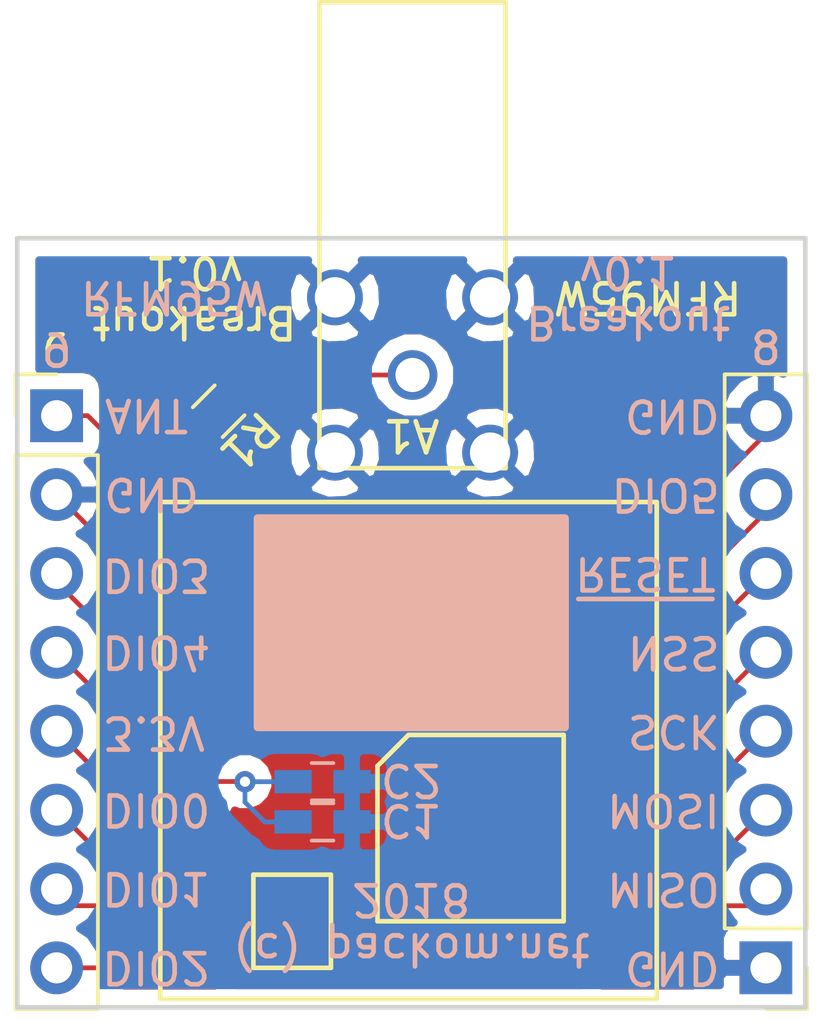
<source format=kicad_pcb>
(kicad_pcb (version 4) (host pcbnew 4.0.6)

  (general
    (links 28)
    (no_connects 0)
    (area 133.158611 84.967599 170.18121 120.4074)
    (thickness 1.6)
    (drawings 34)
    (tracks 52)
    (zones 0)
    (modules 7)
    (nets 16)
  )

  (page A4)
  (layers
    (0 F.Cu signal)
    (31 B.Cu signal)
    (32 B.Adhes user)
    (33 F.Adhes user)
    (34 B.Paste user)
    (35 F.Paste user)
    (36 B.SilkS user)
    (37 F.SilkS user)
    (38 B.Mask user)
    (39 F.Mask user)
    (40 Dwgs.User user)
    (41 Cmts.User user)
    (42 Eco1.User user)
    (43 Eco2.User user)
    (44 Edge.Cuts user)
    (45 Margin user)
    (46 B.CrtYd user)
    (47 F.CrtYd user)
    (48 B.Fab user)
    (49 F.Fab user)
  )

  (setup
    (last_trace_width 0.1524)
    (trace_clearance 0.1524)
    (zone_clearance 0.508)
    (zone_45_only no)
    (trace_min 0.1524)
    (segment_width 0.2)
    (edge_width 0.15)
    (via_size 0.6858)
    (via_drill 0.3302)
    (via_min_size 0.6858)
    (via_min_drill 0.3302)
    (uvia_size 0.6858)
    (uvia_drill 0.3302)
    (uvias_allowed no)
    (uvia_min_size 0.6858)
    (uvia_min_drill 0.3302)
    (pcb_text_width 0.3)
    (pcb_text_size 1.5 1.5)
    (mod_edge_width 0.15)
    (mod_text_size 1 1)
    (mod_text_width 0.15)
    (pad_size 1.2 0.9)
    (pad_drill 0)
    (pad_to_mask_clearance 0.2)
    (aux_axis_origin 0 0)
    (visible_elements 7FFFFFFF)
    (pcbplotparams
      (layerselection 0x00030_80000001)
      (usegerberextensions false)
      (excludeedgelayer true)
      (linewidth 0.100000)
      (plotframeref false)
      (viasonmask false)
      (mode 1)
      (useauxorigin false)
      (hpglpennumber 1)
      (hpglpenspeed 20)
      (hpglpendiameter 15)
      (hpglpenoverlay 2)
      (psnegative false)
      (psa4output false)
      (plotreference true)
      (plotvalue true)
      (plotinvisibletext false)
      (padsonsilk false)
      (subtractmaskfromsilk false)
      (outputformat 1)
      (mirror false)
      (drillshape 1)
      (scaleselection 1)
      (outputdirectory ""))
  )

  (net 0 "")
  (net 1 GND)
  (net 2 "Net-(A1-Pad1)")
  (net 3 +3V3)
  (net 4 "Net-(J1-Pad2)")
  (net 5 "Net-(J1-Pad3)")
  (net 6 "Net-(J1-Pad4)")
  (net 7 "Net-(J1-Pad5)")
  (net 8 "Net-(J1-Pad6)")
  (net 9 "Net-(J1-Pad7)")
  (net 10 "Net-(J2-Pad1)")
  (net 11 "Net-(J2-Pad3)")
  (net 12 "Net-(J2-Pad4)")
  (net 13 "Net-(J2-Pad6)")
  (net 14 "Net-(J2-Pad7)")
  (net 15 "Net-(J2-Pad8)")

  (net_class Default "This is the default net class."
    (clearance 0.1524)
    (trace_width 0.1524)
    (via_dia 0.6858)
    (via_drill 0.3302)
    (uvia_dia 0.6858)
    (uvia_drill 0.3302)
    (add_net +3V3)
    (add_net GND)
    (add_net "Net-(A1-Pad1)")
    (add_net "Net-(J1-Pad2)")
    (add_net "Net-(J1-Pad3)")
    (add_net "Net-(J1-Pad4)")
    (add_net "Net-(J1-Pad5)")
    (add_net "Net-(J1-Pad6)")
    (add_net "Net-(J1-Pad7)")
    (add_net "Net-(J2-Pad1)")
    (add_net "Net-(J2-Pad3)")
    (add_net "Net-(J2-Pad4)")
    (add_net "Net-(J2-Pad6)")
    (add_net "Net-(J2-Pad7)")
    (add_net "Net-(J2-Pad8)")
  )

  (module "My Footprints:Aerial_SMA_Regular" (layer F.Cu) (tedit 5A6F91B6) (tstamp 5A6F8ABF)
    (at 148.629115 97.750331)
    (path /5A6F7E34)
    (fp_text reference A1 (at -14.644115 3.849669) (layer F.SilkS) hide
      (effects (font (size 1 1) (thickness 0.15)))
    )
    (fp_text value Antenna_Shield (at 0 -5.120331) (layer F.Fab) hide
      (effects (font (size 1 1) (thickness 0.15)))
    )
    (fp_line (start 3.000885 2.999669) (end 3.000885 -12.000331) (layer F.SilkS) (width 0.15))
    (fp_line (start -2.999115 2.999669) (end 3.000885 2.999669) (layer F.SilkS) (width 0.15))
    (fp_line (start -2.999115 -12.000331) (end 3.000885 -12.000331) (layer F.SilkS) (width 0.15))
    (fp_line (start -2.999115 2.999669) (end -2.999115 -12.000331) (layer F.SilkS) (width 0.15))
    (fp_line (start -2.999115 2.999669) (end -2.999115 -0.000331) (layer F.CrtYd) (width 0.15))
    (fp_line (start 3.000885 2.999669) (end -2.999115 2.999669) (layer F.CrtYd) (width 0.15))
    (fp_line (start 3.000885 -3.000331) (end 3.000885 2.999669) (layer F.CrtYd) (width 0.15))
    (fp_line (start -2.999115 -3.000331) (end 3.000885 -3.000331) (layer F.CrtYd) (width 0.15))
    (fp_line (start -2.999115 -0.000331) (end -2.999115 -3.000331) (layer F.CrtYd) (width 0.15))
    (pad 2 thru_hole circle (at -2.499115 -2.500331 90) (size 1.8 1.8) (drill 1.3) (layers *.Cu *.Mask)
      (net 1 GND))
    (pad 2 thru_hole circle (at -2.499115 2.499669 90) (size 1.8 1.8) (drill 1.3) (layers *.Cu *.Mask)
      (net 1 GND))
    (pad 2 thru_hole circle (at 2.500885 2.499669 90) (size 1.8 1.8) (drill 1.3) (layers *.Cu *.Mask)
      (net 1 GND))
    (pad 2 thru_hole circle (at 2.500885 -2.500331 90) (size 1.8 1.8) (drill 1.3) (layers *.Cu *.Mask)
      (net 1 GND))
    (pad 1 thru_hole circle (at 0.000885 -0.000331 90) (size 1.6 1.6) (drill 1.1) (layers *.Cu *.Mask)
      (net 2 "Net-(A1-Pad1)"))
  )

  (module Capacitors_SMD:C_0603_HandSoldering (layer B.Cu) (tedit 5A6F91F8) (tstamp 5A6F8AC5)
    (at 145.73 112.141)
    (descr "Capacitor SMD 0603, hand soldering")
    (tags "capacitor 0603")
    (path /5A6F7926)
    (attr smd)
    (fp_text reference C1 (at -13.65 0.889) (layer B.SilkS) hide
      (effects (font (size 1 1) (thickness 0.15)) (justify mirror))
    )
    (fp_text value 10uF (at -12.38 -8.89) (layer B.Fab) hide
      (effects (font (size 1 1) (thickness 0.15)) (justify mirror))
    )
    (fp_text user %R (at -13.65 -0.635) (layer B.Fab) hide
      (effects (font (size 1 1) (thickness 0.15)) (justify mirror))
    )
    (fp_line (start -0.8 -0.4) (end -0.8 0.4) (layer B.Fab) (width 0.1))
    (fp_line (start 0.8 -0.4) (end -0.8 -0.4) (layer B.Fab) (width 0.1))
    (fp_line (start 0.8 0.4) (end 0.8 -0.4) (layer B.Fab) (width 0.1))
    (fp_line (start -0.8 0.4) (end 0.8 0.4) (layer B.Fab) (width 0.1))
    (fp_line (start -0.35 0.6) (end 0.35 0.6) (layer B.SilkS) (width 0.12))
    (fp_line (start 0.35 -0.6) (end -0.35 -0.6) (layer B.SilkS) (width 0.12))
    (fp_line (start -1.8 0.65) (end 1.8 0.65) (layer B.CrtYd) (width 0.05))
    (fp_line (start -1.8 0.65) (end -1.8 -0.65) (layer B.CrtYd) (width 0.05))
    (fp_line (start 1.8 -0.65) (end 1.8 0.65) (layer B.CrtYd) (width 0.05))
    (fp_line (start 1.8 -0.65) (end -1.8 -0.65) (layer B.CrtYd) (width 0.05))
    (pad 1 smd rect (at -0.95 0) (size 1.2 0.75) (layers B.Cu B.Paste B.Mask)
      (net 3 +3V3))
    (pad 2 smd rect (at 0.95 0) (size 1.2 0.75) (layers B.Cu B.Paste B.Mask)
      (net 1 GND))
    (model Capacitors_SMD.3dshapes/C_0603.wrl
      (at (xyz 0 0 0))
      (scale (xyz 1 1 1))
      (rotate (xyz 0 0 0))
    )
  )

  (module Capacitors_SMD:C_0603_HandSoldering (layer B.Cu) (tedit 5A6F91FA) (tstamp 5A6F8ACB)
    (at 145.73 110.8456)
    (descr "Capacitor SMD 0603, hand soldering")
    (tags "capacitor 0603")
    (path /5A6F78BF)
    (attr smd)
    (fp_text reference C2 (at -13.7008 -2.0828) (layer B.SilkS) hide
      (effects (font (size 1 1) (thickness 0.15)) (justify mirror))
    )
    (fp_text value 0.1uF (at -12.38 -5.715) (layer B.Fab) hide
      (effects (font (size 1 1) (thickness 0.15)) (justify mirror))
    )
    (fp_text user %R (at -13.65 -0.635) (layer B.Fab) hide
      (effects (font (size 1 1) (thickness 0.15)) (justify mirror))
    )
    (fp_line (start -0.8 -0.4) (end -0.8 0.4) (layer B.Fab) (width 0.1))
    (fp_line (start 0.8 -0.4) (end -0.8 -0.4) (layer B.Fab) (width 0.1))
    (fp_line (start 0.8 0.4) (end 0.8 -0.4) (layer B.Fab) (width 0.1))
    (fp_line (start -0.8 0.4) (end 0.8 0.4) (layer B.Fab) (width 0.1))
    (fp_line (start -0.35 0.6) (end 0.35 0.6) (layer B.SilkS) (width 0.12))
    (fp_line (start 0.35 -0.6) (end -0.35 -0.6) (layer B.SilkS) (width 0.12))
    (fp_line (start -1.8 0.65) (end 1.8 0.65) (layer B.CrtYd) (width 0.05))
    (fp_line (start -1.8 0.65) (end -1.8 -0.65) (layer B.CrtYd) (width 0.05))
    (fp_line (start 1.8 -0.65) (end 1.8 0.65) (layer B.CrtYd) (width 0.05))
    (fp_line (start 1.8 -0.65) (end -1.8 -0.65) (layer B.CrtYd) (width 0.05))
    (pad 1 smd rect (at -0.95 0) (size 1.2 0.75) (layers B.Cu B.Paste B.Mask)
      (net 3 +3V3))
    (pad 2 smd rect (at 0.95 0) (size 1.2 0.75) (layers B.Cu B.Paste B.Mask)
      (net 1 GND))
    (model Capacitors_SMD.3dshapes/C_0603.wrl
      (at (xyz 0 0 0))
      (scale (xyz 1 1 1))
      (rotate (xyz 0 0 0))
    )
  )

  (module Pin_Headers:Pin_Header_Straight_1x08_Pitch2.54mm (layer F.Cu) (tedit 5A6F88BE) (tstamp 5A6F8AD7)
    (at 160.02 116.84 180)
    (descr "Through hole straight pin header, 1x08, 2.54mm pitch, single row")
    (tags "Through hole pin header THT 1x08 2.54mm single row")
    (path /5A6F799F)
    (fp_text reference J1 (at -2.54 0 180) (layer F.SilkS) hide
      (effects (font (size 1 1) (thickness 0.15)))
    )
    (fp_text value CONN_01X08 (at -2.54 8.89 270) (layer F.Fab) hide
      (effects (font (size 1 1) (thickness 0.15)))
    )
    (fp_line (start -0.635 -1.27) (end 1.27 -1.27) (layer F.Fab) (width 0.1))
    (fp_line (start 1.27 -1.27) (end 1.27 19.05) (layer F.Fab) (width 0.1))
    (fp_line (start 1.27 19.05) (end -1.27 19.05) (layer F.Fab) (width 0.1))
    (fp_line (start -1.27 19.05) (end -1.27 -0.635) (layer F.Fab) (width 0.1))
    (fp_line (start -1.27 -0.635) (end -0.635 -1.27) (layer F.Fab) (width 0.1))
    (fp_line (start -1.33 19.11) (end 1.33 19.11) (layer F.SilkS) (width 0.12))
    (fp_line (start -1.33 1.27) (end -1.33 19.11) (layer F.SilkS) (width 0.12))
    (fp_line (start 1.33 1.27) (end 1.33 19.11) (layer F.SilkS) (width 0.12))
    (fp_line (start -1.33 1.27) (end 1.33 1.27) (layer F.SilkS) (width 0.12))
    (fp_line (start -1.33 0) (end -1.33 -1.33) (layer F.SilkS) (width 0.12))
    (fp_line (start -1.33 -1.33) (end 0 -1.33) (layer F.SilkS) (width 0.12))
    (fp_line (start -1.8 -1.8) (end -1.8 19.55) (layer F.CrtYd) (width 0.05))
    (fp_line (start -1.8 19.55) (end 1.8 19.55) (layer F.CrtYd) (width 0.05))
    (fp_line (start 1.8 19.55) (end 1.8 -1.8) (layer F.CrtYd) (width 0.05))
    (fp_line (start 1.8 -1.8) (end -1.8 -1.8) (layer F.CrtYd) (width 0.05))
    (fp_text user %R (at 0 8.89 270) (layer F.Fab)
      (effects (font (size 1 1) (thickness 0.15)))
    )
    (pad 1 thru_hole rect (at 0 0 180) (size 1.7 1.7) (drill 1) (layers *.Cu *.Mask)
      (net 1 GND))
    (pad 2 thru_hole oval (at 0 2.54 180) (size 1.7 1.7) (drill 1) (layers *.Cu *.Mask)
      (net 4 "Net-(J1-Pad2)"))
    (pad 3 thru_hole oval (at 0 5.08 180) (size 1.7 1.7) (drill 1) (layers *.Cu *.Mask)
      (net 5 "Net-(J1-Pad3)"))
    (pad 4 thru_hole oval (at 0 7.62 180) (size 1.7 1.7) (drill 1) (layers *.Cu *.Mask)
      (net 6 "Net-(J1-Pad4)"))
    (pad 5 thru_hole oval (at 0 10.16 180) (size 1.7 1.7) (drill 1) (layers *.Cu *.Mask)
      (net 7 "Net-(J1-Pad5)"))
    (pad 6 thru_hole oval (at 0 12.7 180) (size 1.7 1.7) (drill 1) (layers *.Cu *.Mask)
      (net 8 "Net-(J1-Pad6)"))
    (pad 7 thru_hole oval (at 0 15.24 180) (size 1.7 1.7) (drill 1) (layers *.Cu *.Mask)
      (net 9 "Net-(J1-Pad7)"))
    (pad 8 thru_hole oval (at 0 17.78 180) (size 1.7 1.7) (drill 1) (layers *.Cu *.Mask)
      (net 1 GND))
    (model ${KISYS3DMOD}/Pin_Headers.3dshapes/Pin_Header_Straight_1x08_Pitch2.54mm.wrl
      (at (xyz 0 0 0))
      (scale (xyz 1 1 1))
      (rotate (xyz 0 0 0))
    )
  )

  (module Pin_Headers:Pin_Header_Straight_1x08_Pitch2.54mm (layer F.Cu) (tedit 5A6F88BB) (tstamp 5A6F8AE3)
    (at 137.16 99.06)
    (descr "Through hole straight pin header, 1x08, 2.54mm pitch, single row")
    (tags "Through hole pin header THT 1x08 2.54mm single row")
    (path /5A6F7B1E)
    (fp_text reference J2 (at -1.905 17.78) (layer F.SilkS) hide
      (effects (font (size 1 1) (thickness 0.15)))
    )
    (fp_text value CONN_01X08 (at -2.54 8.89 90) (layer F.Fab) hide
      (effects (font (size 1 1) (thickness 0.15)))
    )
    (fp_line (start -0.635 -1.27) (end 1.27 -1.27) (layer F.Fab) (width 0.1))
    (fp_line (start 1.27 -1.27) (end 1.27 19.05) (layer F.Fab) (width 0.1))
    (fp_line (start 1.27 19.05) (end -1.27 19.05) (layer F.Fab) (width 0.1))
    (fp_line (start -1.27 19.05) (end -1.27 -0.635) (layer F.Fab) (width 0.1))
    (fp_line (start -1.27 -0.635) (end -0.635 -1.27) (layer F.Fab) (width 0.1))
    (fp_line (start -1.33 19.11) (end 1.33 19.11) (layer F.SilkS) (width 0.12))
    (fp_line (start -1.33 1.27) (end -1.33 19.11) (layer F.SilkS) (width 0.12))
    (fp_line (start 1.33 1.27) (end 1.33 19.11) (layer F.SilkS) (width 0.12))
    (fp_line (start -1.33 1.27) (end 1.33 1.27) (layer F.SilkS) (width 0.12))
    (fp_line (start -1.33 0) (end -1.33 -1.33) (layer F.SilkS) (width 0.12))
    (fp_line (start -1.33 -1.33) (end 0 -1.33) (layer F.SilkS) (width 0.12))
    (fp_line (start -1.8 -1.8) (end -1.8 19.55) (layer F.CrtYd) (width 0.05))
    (fp_line (start -1.8 19.55) (end 1.8 19.55) (layer F.CrtYd) (width 0.05))
    (fp_line (start 1.8 19.55) (end 1.8 -1.8) (layer F.CrtYd) (width 0.05))
    (fp_line (start 1.8 -1.8) (end -1.8 -1.8) (layer F.CrtYd) (width 0.05))
    (fp_text user %R (at 0 8.89 90) (layer F.Fab)
      (effects (font (size 1 1) (thickness 0.15)))
    )
    (pad 1 thru_hole rect (at 0 0) (size 1.7 1.7) (drill 1) (layers *.Cu *.Mask)
      (net 10 "Net-(J2-Pad1)"))
    (pad 2 thru_hole oval (at 0 2.54) (size 1.7 1.7) (drill 1) (layers *.Cu *.Mask)
      (net 1 GND))
    (pad 3 thru_hole oval (at 0 5.08) (size 1.7 1.7) (drill 1) (layers *.Cu *.Mask)
      (net 11 "Net-(J2-Pad3)"))
    (pad 4 thru_hole oval (at 0 7.62) (size 1.7 1.7) (drill 1) (layers *.Cu *.Mask)
      (net 12 "Net-(J2-Pad4)"))
    (pad 5 thru_hole oval (at 0 10.16) (size 1.7 1.7) (drill 1) (layers *.Cu *.Mask)
      (net 3 +3V3))
    (pad 6 thru_hole oval (at 0 12.7) (size 1.7 1.7) (drill 1) (layers *.Cu *.Mask)
      (net 13 "Net-(J2-Pad6)"))
    (pad 7 thru_hole oval (at 0 15.24) (size 1.7 1.7) (drill 1) (layers *.Cu *.Mask)
      (net 14 "Net-(J2-Pad7)"))
    (pad 8 thru_hole oval (at 0 17.78) (size 1.7 1.7) (drill 1) (layers *.Cu *.Mask)
      (net 15 "Net-(J2-Pad8)"))
    (model ${KISYS3DMOD}/Pin_Headers.3dshapes/Pin_Header_Straight_1x08_Pitch2.54mm.wrl
      (at (xyz 0 0 0))
      (scale (xyz 1 1 1))
      (rotate (xyz 0 0 0))
    )
  )

  (module Resistors_SMD:R_0603_HandSoldering (layer F.Cu) (tedit 5A6F88AC) (tstamp 5A6F8AE9)
    (at 142.382817 98.917183 225)
    (descr "Resistor SMD 0603, hand soldering")
    (tags "resistor 0603")
    (path /5A6F81FA)
    (attr smd)
    (fp_text reference R1 (at -11.22532 9.429269 225) (layer F.SilkS) hide
      (effects (font (size 1 1) (thickness 0.15)))
    )
    (fp_text value DNP (at 13.021371 -8.531243 225) (layer F.Fab) hide
      (effects (font (size 1 1) (thickness 0.15)))
    )
    (fp_text user %R (at 0 0 225) (layer F.Fab)
      (effects (font (size 0.4 0.4) (thickness 0.075)))
    )
    (fp_line (start -0.8 0.4) (end -0.8 -0.4) (layer F.Fab) (width 0.1))
    (fp_line (start 0.8 0.4) (end -0.8 0.4) (layer F.Fab) (width 0.1))
    (fp_line (start 0.8 -0.4) (end 0.8 0.4) (layer F.Fab) (width 0.1))
    (fp_line (start -0.8 -0.4) (end 0.8 -0.4) (layer F.Fab) (width 0.1))
    (fp_line (start 0.5 0.68) (end -0.5 0.68) (layer F.SilkS) (width 0.12))
    (fp_line (start -0.5 -0.68) (end 0.5 -0.68) (layer F.SilkS) (width 0.12))
    (fp_line (start -1.96 -0.7) (end 1.95 -0.7) (layer F.CrtYd) (width 0.05))
    (fp_line (start -1.96 -0.7) (end -1.96 0.7) (layer F.CrtYd) (width 0.05))
    (fp_line (start 1.95 0.7) (end 1.95 -0.7) (layer F.CrtYd) (width 0.05))
    (fp_line (start 1.95 0.7) (end -1.96 0.7) (layer F.CrtYd) (width 0.05))
    (pad 1 smd rect (at -1.1 0 225) (size 1.2 0.9) (layers F.Cu F.Paste F.Mask)
      (net 2 "Net-(A1-Pad1)"))
    (pad 2 smd rect (at 1.1 0 225) (size 1.2 0.9) (layers F.Cu F.Paste F.Mask)
      (net 10 "Net-(J2-Pad1)"))
    (model ${KISYS3DMOD}/Resistors_SMD.3dshapes/R_0603.wrl
      (at (xyz 0 0 0))
      (scale (xyz 1 1 1))
      (rotate (xyz 0 0 0))
    )
  )

  (module "My Footprints:RFM95W" (layer F.Cu) (tedit 5A6F88B8) (tstamp 5A6F8B0F)
    (at 148.5011 109.84 180)
    (path /5A6F783B)
    (fp_text reference U1 (at -14.0589 8.875 180) (layer F.SilkS) hide
      (effects (font (size 1 1) (thickness 0.15)))
    )
    (fp_text value RFM95W (at 18.5039 -5.065 180) (layer F.Fab) hide
      (effects (font (size 1 1) (thickness 0.15)))
    )
    (fp_line (start 2.5 -7) (end 5 -7) (layer F.SilkS) (width 0.15))
    (fp_line (start 2.5 -4) (end 2.5 -7) (layer F.SilkS) (width 0.15))
    (fp_line (start 5 -4) (end 2.5 -4) (layer F.SilkS) (width 0.15))
    (fp_line (start 5 -7) (end 5 -4) (layer F.SilkS) (width 0.15))
    (fp_line (start -5 0.5) (end -5 -5.5) (layer F.SilkS) (width 0.15))
    (fp_line (start 0 0.5) (end -5 0.5) (layer F.SilkS) (width 0.15))
    (fp_line (start 1 -0.5) (end 0 0.5) (layer F.SilkS) (width 0.15))
    (fp_line (start 1 -5.5) (end 1 -0.5) (layer F.SilkS) (width 0.15))
    (fp_line (start -5 -5.5) (end 1 -5.5) (layer F.SilkS) (width 0.15))
    (fp_line (start -8 8) (end -8 -8) (layer F.SilkS) (width 0.15))
    (fp_line (start 8 8) (end -8 8) (layer F.SilkS) (width 0.15))
    (fp_line (start 8 -8) (end 8 8) (layer F.SilkS) (width 0.15))
    (fp_line (start -8 -8) (end 8 -8) (layer F.SilkS) (width 0.15))
    (fp_line (start -8.2 -8.2) (end 0 -8.2) (layer F.CrtYd) (width 0.15))
    (fp_line (start -8.2 8.2) (end -8.2 -8.2) (layer F.CrtYd) (width 0.15))
    (fp_line (start 8.2 8.2) (end -8.2 8.2) (layer F.CrtYd) (width 0.15))
    (fp_line (start 8.2 -8.2) (end 8.2 8.2) (layer F.CrtYd) (width 0.15))
    (fp_line (start 0 -8.2) (end 8.2 -8.2) (layer F.CrtYd) (width 0.15))
    (pad 1 smd rect (at -7.7 -7 180) (size 3 1.4) (layers F.Cu F.Paste F.Mask)
      (net 1 GND))
    (pad 2 smd rect (at -7.7 -5 180) (size 3 1.4) (layers F.Cu F.Paste F.Mask)
      (net 4 "Net-(J1-Pad2)"))
    (pad 3 smd rect (at -7.7 -3 180) (size 3 1.4) (layers F.Cu F.Paste F.Mask)
      (net 5 "Net-(J1-Pad3)"))
    (pad 4 smd rect (at -7.7 -1 180) (size 3 1.4) (layers F.Cu F.Paste F.Mask)
      (net 6 "Net-(J1-Pad4)"))
    (pad 5 smd rect (at -7.7 1 180) (size 3 1.4) (layers F.Cu F.Paste F.Mask)
      (net 7 "Net-(J1-Pad5)"))
    (pad 6 smd rect (at -7.7 3 180) (size 3 1.4) (layers F.Cu F.Paste F.Mask)
      (net 8 "Net-(J1-Pad6)"))
    (pad 7 smd rect (at -7.7 5 180) (size 3 1.4) (layers F.Cu F.Paste F.Mask)
      (net 9 "Net-(J1-Pad7)"))
    (pad 8 smd rect (at -7.7 7 180) (size 3 1.4) (layers F.Cu F.Paste F.Mask)
      (net 1 GND))
    (pad 9 smd rect (at 7.7 7 180) (size 3 1.4) (layers F.Cu F.Paste F.Mask)
      (net 10 "Net-(J2-Pad1)"))
    (pad 10 smd rect (at 7.7 5 180) (size 3 1.4) (layers F.Cu F.Paste F.Mask)
      (net 1 GND))
    (pad 11 smd rect (at 7.7 3 180) (size 3 1.4) (layers F.Cu F.Paste F.Mask)
      (net 11 "Net-(J2-Pad3)"))
    (pad 12 smd rect (at 7.7 1 180) (size 3 1.4) (layers F.Cu F.Paste F.Mask)
      (net 12 "Net-(J2-Pad4)"))
    (pad 13 smd rect (at 7.7 -1 180) (size 3 1.4) (layers F.Cu F.Paste F.Mask)
      (net 3 +3V3))
    (pad 14 smd rect (at 7.7 -3 180) (size 3 1.4) (layers F.Cu F.Paste F.Mask)
      (net 13 "Net-(J2-Pad6)"))
    (pad 15 smd rect (at 7.7 -5 180) (size 3 1.4) (layers F.Cu F.Paste F.Mask)
      (net 14 "Net-(J2-Pad7)"))
    (pad 16 smd rect (at 7.7 -7 180) (size 3 1.4) (layers F.Cu F.Paste F.Mask)
      (net 15 "Net-(J2-Pad8)"))
  )

  (gr_text C2 (at 148.59 110.7948 180) (layer B.SilkS) (tstamp 5A6F92A4)
    (effects (font (size 1 1) (thickness 0.15)) (justify mirror))
  )
  (gr_text C1 (at 148.59 112.0902 180) (layer B.SilkS) (tstamp 5A6F928C)
    (effects (font (size 1 1) (thickness 0.15)) (justify mirror))
  )
  (gr_text A1 (at 148.59 99.695 180) (layer F.SilkS) (tstamp 5A6F91F2)
    (effects (font (size 1 1) (thickness 0.15)))
  )
  (gr_text GND (at 158.623 116.84 180) (layer B.SilkS) (tstamp 5A6F9055)
    (effects (font (size 1 1) (thickness 0.15)) (justify right mirror))
  )
  (gr_text DIO5 (at 158.623 101.6 180) (layer B.SilkS) (tstamp 5A6F8FA5)
    (effects (font (size 1 1) (thickness 0.15)) (justify right mirror))
  )
  (gr_text ~RESET (at 158.496 104.14 180) (layer B.SilkS) (tstamp 5A6F8FA2)
    (effects (font (size 1 1) (thickness 0.15)) (justify right mirror))
  )
  (gr_text NSS (at 158.623 106.68 180) (layer B.SilkS) (tstamp 5A6F8F9F)
    (effects (font (size 1 1) (thickness 0.15)) (justify right mirror))
  )
  (gr_text SCK (at 158.623 109.22 180) (layer B.SilkS) (tstamp 5A6F8F9C)
    (effects (font (size 1 1) (thickness 0.15)) (justify right mirror))
  )
  (gr_text MOSI (at 158.623 111.76 180) (layer B.SilkS) (tstamp 5A6F8F99)
    (effects (font (size 1 1) (thickness 0.15)) (justify right mirror))
  )
  (gr_text MISO (at 158.623 114.3 180) (layer B.SilkS) (tstamp 5A6F8F8E)
    (effects (font (size 1 1) (thickness 0.15)) (justify right mirror))
  )
  (gr_text DIO2 (at 138.531458 116.822182 180) (layer B.SilkS) (tstamp 5A6F8F83)
    (effects (font (size 1 1) (thickness 0.15)) (justify left mirror))
  )
  (gr_text DIO1 (at 138.531458 114.282182 180) (layer B.SilkS) (tstamp 5A6F8F80)
    (effects (font (size 1 1) (thickness 0.15)) (justify left mirror))
  )
  (gr_text DIO0 (at 138.531458 111.742182 180) (layer B.SilkS) (tstamp 5A6F8F7D)
    (effects (font (size 1 1) (thickness 0.15)) (justify left mirror))
  )
  (gr_text 3.3V (at 138.594958 109.265682 180) (layer B.SilkS) (tstamp 5A6F8F77)
    (effects (font (size 1 1) (thickness 0.15)) (justify left mirror))
  )
  (gr_text DIO4 (at 138.531458 106.662182 180) (layer B.SilkS) (tstamp 5A6F8F74)
    (effects (font (size 1 1) (thickness 0.15)) (justify left mirror))
  )
  (gr_text DIO3 (at 138.531458 104.185682 180) (layer B.SilkS) (tstamp 5A6F8F6A)
    (effects (font (size 1 1) (thickness 0.15)) (justify left mirror))
  )
  (gr_text ANT (at 140.055458 99.042182 180) (layer B.SilkS) (tstamp 5A6F8F62)
    (effects (font (size 1 1) (thickness 0.15)) (justify mirror))
  )
  (gr_text GND (at 138.594958 101.582182 180) (layer B.SilkS) (tstamp 5A6F8F61)
    (effects (font (size 1 1) (thickness 0.15)) (justify left mirror))
  )
  (gr_text GND (at 158.623 99.06 180) (layer B.SilkS) (tstamp 5A6F8F60)
    (effects (font (size 1 1) (thickness 0.15)) (justify right mirror))
  )
  (gr_text 9 (at 137.16 96.901 180) (layer B.SilkS) (tstamp 5A6F8F5C)
    (effects (font (size 1 1) (thickness 0.15)) (justify mirror))
  )
  (gr_text 8 (at 160.02 96.901) (layer B.SilkS) (tstamp 5A6F8F5A)
    (effects (font (size 1 1) (thickness 0.15)) (justify mirror))
  )
  (gr_text "Breakout\nv0.1" (at 155.575 95.25 180) (layer B.SilkS) (tstamp 5A6F8F51)
    (effects (font (size 1 1) (thickness 0.15)) (justify mirror))
  )
  (gr_text RFM95W (at 140.97 95.25 180) (layer B.SilkS) (tstamp 5A6F8F50)
    (effects (font (size 1 1) (thickness 0.15)) (justify mirror))
  )
  (gr_text 8 (at 160.02 96.901) (layer F.SilkS) (tstamp 5A6F8F47)
    (effects (font (size 1 1) (thickness 0.15)))
  )
  (gr_text 9 (at 137.16 96.901 180) (layer F.SilkS) (tstamp 5A6F8F3D)
    (effects (font (size 1 1) (thickness 0.15)))
  )
  (gr_text "(c) packom.net\n2018" (at 148.59 115.443 180) (layer B.SilkS) (tstamp 5A6F8F30)
    (effects (font (size 1 1) (thickness 0.15)) (justify mirror))
  )
  (gr_text R1 (at 143.383 99.8855 225) (layer F.SilkS) (tstamp 5A6F8E5E)
    (effects (font (size 1 1) (thickness 0.15)))
  )
  (gr_text "Breakout\nv0.1" (at 141.605 95.25 180) (layer F.SilkS) (tstamp 5A6F8E28)
    (effects (font (size 1 1) (thickness 0.15)))
  )
  (gr_text RFM95W (at 156.21 95.25 180) (layer F.SilkS) (tstamp 5A6F8E27)
    (effects (font (size 1 1) (thickness 0.15)))
  )
  (gr_text RFM95W (at 148.59 106.045 180) (layer F.SilkS)
    (effects (font (size 1 1) (thickness 0.15)))
  )
  (gr_line (start 161.29 93.345) (end 135.89 93.345) (layer Edge.Cuts) (width 0.15))
  (gr_line (start 161.29 118.11) (end 161.29 93.345) (layer Edge.Cuts) (width 0.15))
  (gr_line (start 135.89 118.11) (end 135.89 93.345) (layer Edge.Cuts) (width 0.15))
  (gr_line (start 161.29 118.11) (end 135.89 118.11) (layer Edge.Cuts) (width 0.15))

  (segment (start 140.8011 104.84) (end 139.6888 104.84) (width 0.1524) (layer F.Cu) (net 1))
  (segment (start 139.6888 104.84) (end 138.6332 103.7844) (width 0.1524) (layer F.Cu) (net 1))
  (segment (start 138.6332 103.7844) (end 138.6332 103.0732) (width 0.1524) (layer F.Cu) (net 1))
  (segment (start 138.6332 103.0732) (end 137.16 101.6) (width 0.1524) (layer F.Cu) (net 1))
  (segment (start 156.2011 102.84) (end 156.8242 102.84) (width 0.1524) (layer F.Cu) (net 1))
  (segment (start 156.8242 102.84) (end 160.02 99.6442) (width 0.1524) (layer F.Cu) (net 1))
  (segment (start 160.02 99.6442) (end 160.02 99.06) (width 0.1524) (layer F.Cu) (net 1))
  (segment (start 156.2011 116.84) (end 160.02 116.84) (width 0.1524) (layer F.Cu) (net 1))
  (segment (start 148.63 97.75) (end 143.55 97.75) (width 0.1524) (layer F.Cu) (net 2))
  (segment (start 143.55 97.75) (end 143.160634 98.139366) (width 0.1524) (layer F.Cu) (net 2))
  (segment (start 140.8011 110.84) (end 138.78 110.84) (width 0.1524) (layer F.Cu) (net 3))
  (segment (start 138.78 110.84) (end 137.16 109.22) (width 0.1524) (layer F.Cu) (net 3))
  (segment (start 144.78 112.141) (end 143.8656 112.141) (width 0.1524) (layer B.Cu) (net 3))
  (segment (start 143.8656 112.141) (end 143.2306 111.506) (width 0.1524) (layer B.Cu) (net 3))
  (segment (start 143.2306 111.506) (end 143.2306 110.8456) (width 0.1524) (layer B.Cu) (net 3))
  (segment (start 143.2306 110.8456) (end 143.715533 110.8456) (width 0.1524) (layer B.Cu) (net 3))
  (segment (start 143.715533 110.8456) (end 144.78 110.8456) (width 0.1524) (layer B.Cu) (net 3))
  (segment (start 140.8011 110.84) (end 143.225 110.84) (width 0.1524) (layer F.Cu) (net 3))
  (segment (start 143.225 110.84) (end 143.2306 110.8456) (width 0.1524) (layer F.Cu) (net 3))
  (via (at 143.2306 110.8456) (size 0.6858) (drill 0.3302) (layers F.Cu B.Cu) (net 3))
  (segment (start 156.2011 114.84) (end 159.48 114.84) (width 0.1524) (layer F.Cu) (net 4))
  (segment (start 159.48 114.84) (end 160.02 114.3) (width 0.1524) (layer F.Cu) (net 4))
  (segment (start 156.2011 112.84) (end 158.94 112.84) (width 0.1524) (layer F.Cu) (net 5))
  (segment (start 158.94 112.84) (end 160.02 111.76) (width 0.1524) (layer F.Cu) (net 5))
  (segment (start 156.2011 110.84) (end 158.4 110.84) (width 0.1524) (layer F.Cu) (net 6))
  (segment (start 158.4 110.84) (end 160.02 109.22) (width 0.1524) (layer F.Cu) (net 6))
  (segment (start 156.2011 108.84) (end 157.86 108.84) (width 0.1524) (layer F.Cu) (net 7))
  (segment (start 157.86 108.84) (end 160.02 106.68) (width 0.1524) (layer F.Cu) (net 7))
  (segment (start 156.2011 106.84) (end 157.32 106.84) (width 0.1524) (layer F.Cu) (net 8))
  (segment (start 157.32 106.84) (end 159.170001 104.989999) (width 0.1524) (layer F.Cu) (net 8))
  (segment (start 159.170001 104.989999) (end 160.02 104.14) (width 0.1524) (layer F.Cu) (net 8))
  (segment (start 156.2011 104.84) (end 157.3388 104.84) (width 0.1524) (layer F.Cu) (net 9))
  (segment (start 157.3388 104.84) (end 160.02 102.1588) (width 0.1524) (layer F.Cu) (net 9))
  (segment (start 160.02 102.1588) (end 160.02 101.6) (width 0.1524) (layer F.Cu) (net 9))
  (segment (start 137.16 99.06) (end 138.1624 99.06) (width 0.1524) (layer F.Cu) (net 10))
  (segment (start 138.1624 99.06) (end 140.8011 101.6987) (width 0.1524) (layer F.Cu) (net 10))
  (segment (start 140.8011 101.6987) (end 140.8011 101.9876) (width 0.1524) (layer F.Cu) (net 10))
  (segment (start 140.8011 101.9876) (end 140.8011 102.84) (width 0.1524) (layer F.Cu) (net 10))
  (segment (start 140.8011 102.84) (end 140.8011 100.4989) (width 0.1524) (layer F.Cu) (net 10))
  (segment (start 140.8011 100.4989) (end 141.605 99.695) (width 0.1524) (layer F.Cu) (net 10))
  (segment (start 140.8011 106.84) (end 139.5806 106.84) (width 0.1524) (layer F.Cu) (net 11))
  (segment (start 139.5806 106.84) (end 137.1854 104.4448) (width 0.1524) (layer F.Cu) (net 11))
  (segment (start 137.1854 104.4448) (end 137.16 104.4448) (width 0.1524) (layer F.Cu) (net 11))
  (segment (start 137.16 104.4448) (end 137.16 104.14) (width 0.1524) (layer F.Cu) (net 11))
  (segment (start 140.8011 108.84) (end 139.32 108.84) (width 0.1524) (layer F.Cu) (net 12))
  (segment (start 139.32 108.84) (end 138.009999 107.529999) (width 0.1524) (layer F.Cu) (net 12))
  (segment (start 138.009999 107.529999) (end 137.16 106.68) (width 0.1524) (layer F.Cu) (net 12))
  (segment (start 140.8011 112.84) (end 138.24 112.84) (width 0.1524) (layer F.Cu) (net 13))
  (segment (start 138.24 112.84) (end 137.16 111.76) (width 0.1524) (layer F.Cu) (net 13))
  (segment (start 140.8011 114.84) (end 137.7 114.84) (width 0.1524) (layer F.Cu) (net 14))
  (segment (start 137.7 114.84) (end 137.16 114.3) (width 0.1524) (layer F.Cu) (net 14))
  (segment (start 140.8011 116.84) (end 137.16 116.84) (width 0.1524) (layer F.Cu) (net 15))

  (zone (net 1) (net_name GND) (layer B.Cu) (tstamp 0) (hatch edge 0.508)
    (connect_pads (clearance 0.508))
    (min_thickness 0.254)
    (fill yes (arc_segments 16) (thermal_gap 0.508) (thermal_bridge_width 0.508))
    (polygon
      (pts
        (xy 161.29 118.11) (xy 161.29 93.345) (xy 135.89 93.345) (xy 135.89 118.11)
      )
    )
    (filled_polygon
      (pts
        (xy 145.229446 94.169841) (xy 146.13 95.070395) (xy 147.030554 94.169841) (xy 146.991866 94.055) (xy 150.268134 94.055)
        (xy 150.229446 94.169841) (xy 151.13 95.070395) (xy 152.030554 94.169841) (xy 151.991866 94.055) (xy 160.58 94.055)
        (xy 160.58 97.713899) (xy 160.376892 97.618514) (xy 160.147 97.739181) (xy 160.147 98.933) (xy 160.167 98.933)
        (xy 160.167 99.187) (xy 160.147 99.187) (xy 160.147 99.207) (xy 159.893 99.207) (xy 159.893 99.187)
        (xy 158.699845 99.187) (xy 158.578524 99.41689) (xy 158.748355 99.826924) (xy 159.138642 100.255183) (xy 159.281553 100.322298)
        (xy 158.940853 100.549946) (xy 158.618946 101.031715) (xy 158.505907 101.6) (xy 158.618946 102.168285) (xy 158.940853 102.650054)
        (xy 159.270026 102.87) (xy 158.940853 103.089946) (xy 158.618946 103.571715) (xy 158.505907 104.14) (xy 158.618946 104.708285)
        (xy 158.940853 105.190054) (xy 159.270026 105.41) (xy 158.940853 105.629946) (xy 158.618946 106.111715) (xy 158.505907 106.68)
        (xy 158.618946 107.248285) (xy 158.940853 107.730054) (xy 159.270026 107.95) (xy 158.940853 108.169946) (xy 158.618946 108.651715)
        (xy 158.505907 109.22) (xy 158.618946 109.788285) (xy 158.940853 110.270054) (xy 159.270026 110.49) (xy 158.940853 110.709946)
        (xy 158.618946 111.191715) (xy 158.505907 111.76) (xy 158.618946 112.328285) (xy 158.940853 112.810054) (xy 159.270026 113.03)
        (xy 158.940853 113.249946) (xy 158.618946 113.731715) (xy 158.505907 114.3) (xy 158.618946 114.868285) (xy 158.940853 115.350054)
        (xy 158.984777 115.379403) (xy 158.810302 115.451673) (xy 158.631673 115.630301) (xy 158.535 115.86369) (xy 158.535 116.55425)
        (xy 158.69375 116.713) (xy 159.893 116.713) (xy 159.893 116.693) (xy 160.147 116.693) (xy 160.147 116.713)
        (xy 160.167 116.713) (xy 160.167 116.967) (xy 160.147 116.967) (xy 160.147 116.987) (xy 159.893 116.987)
        (xy 159.893 116.967) (xy 158.69375 116.967) (xy 158.535 117.12575) (xy 158.535 117.4) (xy 138.562702 117.4)
        (xy 138.674093 116.84) (xy 138.561054 116.271715) (xy 138.239147 115.789946) (xy 137.909974 115.57) (xy 138.239147 115.350054)
        (xy 138.561054 114.868285) (xy 138.674093 114.3) (xy 138.561054 113.731715) (xy 138.239147 113.249946) (xy 137.909974 113.03)
        (xy 138.239147 112.810054) (xy 138.561054 112.328285) (xy 138.674093 111.76) (xy 138.561054 111.191715) (xy 138.45919 111.039263)
        (xy 142.252531 111.039263) (xy 142.401093 111.398812) (xy 142.522213 111.520144) (xy 142.573537 111.778165) (xy 142.727706 112.008894)
        (xy 143.362706 112.643895) (xy 143.548279 112.76789) (xy 143.593436 112.798063) (xy 143.608897 112.801138) (xy 143.71591 112.967441)
        (xy 143.92811 113.112431) (xy 144.18 113.16344) (xy 145.38 113.16344) (xy 145.615317 113.119162) (xy 145.718646 113.052671)
        (xy 145.720302 113.054327) (xy 145.953691 113.151) (xy 146.39425 113.151) (xy 146.553 112.99225) (xy 146.553 112.268)
        (xy 146.807 112.268) (xy 146.807 112.99225) (xy 146.96575 113.151) (xy 147.406309 113.151) (xy 147.639698 113.054327)
        (xy 147.818327 112.875699) (xy 147.915 112.64231) (xy 147.915 112.42675) (xy 147.75625 112.268) (xy 146.807 112.268)
        (xy 146.553 112.268) (xy 146.533 112.268) (xy 146.533 112.014) (xy 146.553 112.014) (xy 146.553 110.9726)
        (xy 146.807 110.9726) (xy 146.807 112.014) (xy 147.75625 112.014) (xy 147.915 111.85525) (xy 147.915 111.63969)
        (xy 147.854363 111.4933) (xy 147.915 111.34691) (xy 147.915 111.13135) (xy 147.75625 110.9726) (xy 146.807 110.9726)
        (xy 146.553 110.9726) (xy 146.533 110.9726) (xy 146.533 110.7186) (xy 146.553 110.7186) (xy 146.553 109.99435)
        (xy 146.807 109.99435) (xy 146.807 110.7186) (xy 147.75625 110.7186) (xy 147.915 110.55985) (xy 147.915 110.34429)
        (xy 147.818327 110.110901) (xy 147.639698 109.932273) (xy 147.406309 109.8356) (xy 146.96575 109.8356) (xy 146.807 109.99435)
        (xy 146.553 109.99435) (xy 146.39425 109.8356) (xy 145.953691 109.8356) (xy 145.720302 109.932273) (xy 145.718932 109.933643)
        (xy 145.63189 109.874169) (xy 145.38 109.82316) (xy 144.18 109.82316) (xy 143.944683 109.867438) (xy 143.740832 109.998612)
        (xy 143.42597 109.86787) (xy 143.036937 109.867531) (xy 142.677388 110.016093) (xy 142.40206 110.290941) (xy 142.25287 110.65023)
        (xy 142.252531 111.039263) (xy 138.45919 111.039263) (xy 138.239147 110.709946) (xy 137.909974 110.49) (xy 138.239147 110.270054)
        (xy 138.561054 109.788285) (xy 138.674093 109.22) (xy 138.561054 108.651715) (xy 138.239147 108.169946) (xy 137.909974 107.95)
        (xy 138.239147 107.730054) (xy 138.561054 107.248285) (xy 138.674093 106.68) (xy 138.561054 106.111715) (xy 138.239147 105.629946)
        (xy 137.909974 105.41) (xy 138.239147 105.190054) (xy 138.561054 104.708285) (xy 138.674093 104.14) (xy 138.561054 103.571715)
        (xy 138.239147 103.089946) (xy 137.898447 102.862298) (xy 138.041358 102.795183) (xy 138.431645 102.366924) (xy 138.601476 101.95689)
        (xy 138.480155 101.727) (xy 137.287 101.727) (xy 137.287 101.747) (xy 137.033 101.747) (xy 137.033 101.727)
        (xy 137.013 101.727) (xy 137.013 101.473) (xy 137.033 101.473) (xy 137.033 101.453) (xy 137.287 101.453)
        (xy 137.287 101.473) (xy 138.480155 101.473) (xy 138.555537 101.330159) (xy 145.229446 101.330159) (xy 145.315852 101.586643)
        (xy 145.889336 101.796458) (xy 146.49946 101.770839) (xy 146.944148 101.586643) (xy 147.030554 101.330159) (xy 150.229446 101.330159)
        (xy 150.315852 101.586643) (xy 150.889336 101.796458) (xy 151.49946 101.770839) (xy 151.944148 101.586643) (xy 152.030554 101.330159)
        (xy 151.13 100.429605) (xy 150.229446 101.330159) (xy 147.030554 101.330159) (xy 146.13 100.429605) (xy 145.229446 101.330159)
        (xy 138.555537 101.330159) (xy 138.601476 101.24311) (xy 138.431645 100.833076) (xy 138.155499 100.530063) (xy 138.245317 100.513162)
        (xy 138.461441 100.37409) (xy 138.606431 100.16189) (xy 138.637323 100.009336) (xy 144.583542 100.009336) (xy 144.609161 100.61946)
        (xy 144.793357 101.064148) (xy 145.049841 101.150554) (xy 145.950395 100.25) (xy 146.309605 100.25) (xy 147.210159 101.150554)
        (xy 147.466643 101.064148) (xy 147.676458 100.490664) (xy 147.656248 100.009336) (xy 149.583542 100.009336) (xy 149.609161 100.61946)
        (xy 149.793357 101.064148) (xy 150.049841 101.150554) (xy 150.950395 100.25) (xy 151.309605 100.25) (xy 152.210159 101.150554)
        (xy 152.466643 101.064148) (xy 152.676458 100.490664) (xy 152.650839 99.88054) (xy 152.466643 99.435852) (xy 152.210159 99.349446)
        (xy 151.309605 100.25) (xy 150.950395 100.25) (xy 150.049841 99.349446) (xy 149.793357 99.435852) (xy 149.583542 100.009336)
        (xy 147.656248 100.009336) (xy 147.650839 99.88054) (xy 147.466643 99.435852) (xy 147.210159 99.349446) (xy 146.309605 100.25)
        (xy 145.950395 100.25) (xy 145.049841 99.349446) (xy 144.793357 99.435852) (xy 144.583542 100.009336) (xy 138.637323 100.009336)
        (xy 138.65744 99.91) (xy 138.65744 99.169841) (xy 145.229446 99.169841) (xy 146.13 100.070395) (xy 147.030554 99.169841)
        (xy 146.944148 98.913357) (xy 146.370664 98.703542) (xy 145.76054 98.729161) (xy 145.315852 98.913357) (xy 145.229446 99.169841)
        (xy 138.65744 99.169841) (xy 138.65744 98.21) (xy 138.624359 98.034187) (xy 147.194752 98.034187) (xy 147.412757 98.5618)
        (xy 147.816077 98.965824) (xy 148.343309 99.18475) (xy 148.914187 99.185248) (xy 148.951474 99.169841) (xy 150.229446 99.169841)
        (xy 151.13 100.070395) (xy 152.030554 99.169841) (xy 151.944148 98.913357) (xy 151.370664 98.703542) (xy 150.76054 98.729161)
        (xy 150.315852 98.913357) (xy 150.229446 99.169841) (xy 148.951474 99.169841) (xy 149.4418 98.967243) (xy 149.706394 98.70311)
        (xy 158.578524 98.70311) (xy 158.699845 98.933) (xy 159.893 98.933) (xy 159.893 97.739181) (xy 159.663108 97.618514)
        (xy 159.138642 97.864817) (xy 158.748355 98.293076) (xy 158.578524 98.70311) (xy 149.706394 98.70311) (xy 149.845824 98.563923)
        (xy 150.06475 98.036691) (xy 150.065248 97.465813) (xy 149.847243 96.9382) (xy 149.443923 96.534176) (xy 148.952596 96.330159)
        (xy 150.229446 96.330159) (xy 150.315852 96.586643) (xy 150.889336 96.796458) (xy 151.49946 96.770839) (xy 151.944148 96.586643)
        (xy 152.030554 96.330159) (xy 151.13 95.429605) (xy 150.229446 96.330159) (xy 148.952596 96.330159) (xy 148.916691 96.31525)
        (xy 148.345813 96.314752) (xy 147.8182 96.532757) (xy 147.414176 96.936077) (xy 147.19525 97.463309) (xy 147.194752 98.034187)
        (xy 138.624359 98.034187) (xy 138.613162 97.974683) (xy 138.47409 97.758559) (xy 138.26189 97.613569) (xy 138.01 97.56256)
        (xy 136.6 97.56256) (xy 136.6 96.330159) (xy 145.229446 96.330159) (xy 145.315852 96.586643) (xy 145.889336 96.796458)
        (xy 146.49946 96.770839) (xy 146.944148 96.586643) (xy 147.030554 96.330159) (xy 146.13 95.429605) (xy 145.229446 96.330159)
        (xy 136.6 96.330159) (xy 136.6 95.009336) (xy 144.583542 95.009336) (xy 144.609161 95.61946) (xy 144.793357 96.064148)
        (xy 145.049841 96.150554) (xy 145.950395 95.25) (xy 146.309605 95.25) (xy 147.210159 96.150554) (xy 147.466643 96.064148)
        (xy 147.676458 95.490664) (xy 147.656248 95.009336) (xy 149.583542 95.009336) (xy 149.609161 95.61946) (xy 149.793357 96.064148)
        (xy 150.049841 96.150554) (xy 150.950395 95.25) (xy 151.309605 95.25) (xy 152.210159 96.150554) (xy 152.466643 96.064148)
        (xy 152.676458 95.490664) (xy 152.650839 94.88054) (xy 152.466643 94.435852) (xy 152.210159 94.349446) (xy 151.309605 95.25)
        (xy 150.950395 95.25) (xy 150.049841 94.349446) (xy 149.793357 94.435852) (xy 149.583542 95.009336) (xy 147.656248 95.009336)
        (xy 147.650839 94.88054) (xy 147.466643 94.435852) (xy 147.210159 94.349446) (xy 146.309605 95.25) (xy 145.950395 95.25)
        (xy 145.049841 94.349446) (xy 144.793357 94.435852) (xy 144.583542 95.009336) (xy 136.6 95.009336) (xy 136.6 94.055)
        (xy 145.268134 94.055)
      )
    )
  )
  (zone (net 0) (net_name "") (layer B.SilkS) (tstamp 0) (hatch edge 0.508)
    (connect_pads (clearance 0.508))
    (min_thickness 0.254)
    (fill yes (arc_segments 16) (thermal_gap 0.508) (thermal_bridge_width 0.508))
    (polygon
      (pts
        (xy 153.67 102.235) (xy 153.67 109.22) (xy 143.51 109.22) (xy 143.51 102.235)
      )
    )
    (filled_polygon
      (pts
        (xy 153.543 109.093) (xy 143.637 109.093) (xy 143.637 102.362) (xy 153.543 102.362)
      )
    )
  )
  (zone (net 1) (net_name GND) (layer F.Cu) (tstamp 0) (hatch edge 0.508)
    (connect_pads (clearance 0.508))
    (min_thickness 0.254)
    (fill yes (arc_segments 16) (thermal_gap 0.508) (thermal_bridge_width 0.508))
    (polygon
      (pts
        (xy 161.29 93.345) (xy 135.89 93.345) (xy 135.89 118.11) (xy 161.29 118.11)
      )
    )
    (filled_polygon
      (pts
        (xy 145.229446 94.169841) (xy 146.13 95.070395) (xy 147.030554 94.169841) (xy 146.991866 94.055) (xy 150.268134 94.055)
        (xy 150.229446 94.169841) (xy 151.13 95.070395) (xy 152.030554 94.169841) (xy 151.991866 94.055) (xy 160.58 94.055)
        (xy 160.58 97.713899) (xy 160.376892 97.618514) (xy 160.147 97.739181) (xy 160.147 98.933) (xy 160.167 98.933)
        (xy 160.167 99.187) (xy 160.147 99.187) (xy 160.147 99.207) (xy 159.893 99.207) (xy 159.893 99.187)
        (xy 158.699845 99.187) (xy 158.578524 99.41689) (xy 158.748355 99.826924) (xy 159.138642 100.255183) (xy 159.281553 100.322298)
        (xy 158.940853 100.549946) (xy 158.618946 101.031715) (xy 158.505907 101.6) (xy 158.618946 102.168285) (xy 158.773468 102.399544)
        (xy 158.3361 102.836912) (xy 158.3361 102.712998) (xy 158.177352 102.712998) (xy 158.3361 102.55425) (xy 158.3361 102.01369)
        (xy 158.239427 101.780301) (xy 158.060798 101.601673) (xy 157.827409 101.505) (xy 156.48685 101.505) (xy 156.3281 101.66375)
        (xy 156.3281 102.713) (xy 156.3481 102.713) (xy 156.3481 102.967) (xy 156.3281 102.967) (xy 156.3281 102.987)
        (xy 156.0741 102.987) (xy 156.0741 102.967) (xy 154.22485 102.967) (xy 154.0661 103.12575) (xy 154.0661 103.66631)
        (xy 154.137855 103.839541) (xy 154.104669 103.88811) (xy 154.05366 104.14) (xy 154.05366 105.54) (xy 154.097938 105.775317)
        (xy 154.138581 105.838478) (xy 154.104669 105.88811) (xy 154.05366 106.14) (xy 154.05366 107.54) (xy 154.097938 107.775317)
        (xy 154.138581 107.838478) (xy 154.104669 107.88811) (xy 154.05366 108.14) (xy 154.05366 109.54) (xy 154.097938 109.775317)
        (xy 154.138581 109.838478) (xy 154.104669 109.88811) (xy 154.05366 110.14) (xy 154.05366 111.54) (xy 154.097938 111.775317)
        (xy 154.138581 111.838478) (xy 154.104669 111.88811) (xy 154.05366 112.14) (xy 154.05366 113.54) (xy 154.097938 113.775317)
        (xy 154.138581 113.838478) (xy 154.104669 113.88811) (xy 154.05366 114.14) (xy 154.05366 115.54) (xy 154.097938 115.775317)
        (xy 154.138638 115.838567) (xy 154.0661 116.01369) (xy 154.0661 116.55425) (xy 154.22485 116.713) (xy 156.0741 116.713)
        (xy 156.0741 116.693) (xy 156.3281 116.693) (xy 156.3281 116.713) (xy 158.17735 116.713) (xy 158.3361 116.55425)
        (xy 158.3361 116.01369) (xy 158.264345 115.840459) (xy 158.297531 115.79189) (xy 158.346272 115.5512) (xy 158.710774 115.5512)
        (xy 158.631673 115.630301) (xy 158.535 115.86369) (xy 158.535 116.55425) (xy 158.69375 116.713) (xy 159.893 116.713)
        (xy 159.893 116.693) (xy 160.147 116.693) (xy 160.147 116.713) (xy 160.167 116.713) (xy 160.167 116.967)
        (xy 160.147 116.967) (xy 160.147 116.987) (xy 159.893 116.987) (xy 159.893 116.967) (xy 158.69375 116.967)
        (xy 158.535 117.12575) (xy 158.535 117.4) (xy 158.3361 117.4) (xy 158.3361 117.12575) (xy 158.17735 116.967)
        (xy 156.3281 116.967) (xy 156.3281 116.987) (xy 156.0741 116.987) (xy 156.0741 116.967) (xy 154.22485 116.967)
        (xy 154.0661 117.12575) (xy 154.0661 117.4) (xy 142.94854 117.4) (xy 142.94854 116.14) (xy 142.904262 115.904683)
        (xy 142.863619 115.841522) (xy 142.897531 115.79189) (xy 142.94854 115.54) (xy 142.94854 114.14) (xy 142.904262 113.904683)
        (xy 142.863619 113.841522) (xy 142.897531 113.79189) (xy 142.94854 113.54) (xy 142.94854 112.14) (xy 142.904262 111.904683)
        (xy 142.863619 111.841522) (xy 142.897531 111.79189) (xy 142.902339 111.768149) (xy 143.03523 111.82333) (xy 143.424263 111.823669)
        (xy 143.783812 111.675107) (xy 144.05914 111.400259) (xy 144.20833 111.04097) (xy 144.208669 110.651937) (xy 144.060107 110.292388)
        (xy 143.785259 110.01706) (xy 143.42597 109.86787) (xy 143.036937 109.867531) (xy 142.907347 109.921076) (xy 142.904262 109.904683)
        (xy 142.863619 109.841522) (xy 142.897531 109.79189) (xy 142.94854 109.54) (xy 142.94854 108.14) (xy 142.904262 107.904683)
        (xy 142.863619 107.841522) (xy 142.897531 107.79189) (xy 142.94854 107.54) (xy 142.94854 106.14) (xy 142.904262 105.904683)
        (xy 142.863562 105.841433) (xy 142.9361 105.66631) (xy 142.9361 105.12575) (xy 142.77735 104.967) (xy 140.9281 104.967)
        (xy 140.9281 104.987) (xy 140.6741 104.987) (xy 140.6741 104.967) (xy 138.82485 104.967) (xy 138.769119 105.022731)
        (xy 138.518444 104.772056) (xy 138.561054 104.708285) (xy 138.6661 104.180183) (xy 138.6661 104.55425) (xy 138.82485 104.713)
        (xy 140.6741 104.713) (xy 140.6741 104.693) (xy 140.9281 104.693) (xy 140.9281 104.713) (xy 142.77735 104.713)
        (xy 142.9361 104.55425) (xy 142.9361 104.01369) (xy 142.864345 103.840459) (xy 142.897531 103.79189) (xy 142.94854 103.54)
        (xy 142.94854 102.14) (xy 142.924774 102.01369) (xy 154.0661 102.01369) (xy 154.0661 102.55425) (xy 154.22485 102.713)
        (xy 156.0741 102.713) (xy 156.0741 101.66375) (xy 155.91535 101.505) (xy 154.574791 101.505) (xy 154.341402 101.601673)
        (xy 154.162773 101.780301) (xy 154.0661 102.01369) (xy 142.924774 102.01369) (xy 142.904262 101.904683) (xy 142.76519 101.688559)
        (xy 142.55299 101.543569) (xy 142.3011 101.49256) (xy 141.5123 101.49256) (xy 141.5123 101.330159) (xy 145.229446 101.330159)
        (xy 145.315852 101.586643) (xy 145.889336 101.796458) (xy 146.49946 101.770839) (xy 146.944148 101.586643) (xy 147.030554 101.330159)
        (xy 150.229446 101.330159) (xy 150.315852 101.586643) (xy 150.889336 101.796458) (xy 151.49946 101.770839) (xy 151.944148 101.586643)
        (xy 152.030554 101.330159) (xy 151.13 100.429605) (xy 150.229446 101.330159) (xy 147.030554 101.330159) (xy 146.13 100.429605)
        (xy 145.229446 101.330159) (xy 141.5123 101.330159) (xy 141.5123 101.080642) (xy 141.742561 101.037316) (xy 141.956743 100.895271)
        (xy 142.805271 100.046743) (xy 142.83083 100.009336) (xy 144.583542 100.009336) (xy 144.609161 100.61946) (xy 144.793357 101.064148)
        (xy 145.049841 101.150554) (xy 145.950395 100.25) (xy 146.309605 100.25) (xy 147.210159 101.150554) (xy 147.466643 101.064148)
        (xy 147.676458 100.490664) (xy 147.656248 100.009336) (xy 149.583542 100.009336) (xy 149.609161 100.61946) (xy 149.793357 101.064148)
        (xy 150.049841 101.150554) (xy 150.950395 100.25) (xy 151.309605 100.25) (xy 152.210159 101.150554) (xy 152.466643 101.064148)
        (xy 152.676458 100.490664) (xy 152.650839 99.88054) (xy 152.466643 99.435852) (xy 152.210159 99.349446) (xy 151.309605 100.25)
        (xy 150.950395 100.25) (xy 150.049841 99.349446) (xy 149.793357 99.435852) (xy 149.583542 100.009336) (xy 147.656248 100.009336)
        (xy 147.650839 99.88054) (xy 147.466643 99.435852) (xy 147.210159 99.349446) (xy 146.309605 100.25) (xy 145.950395 100.25)
        (xy 145.049841 99.349446) (xy 144.793357 99.435852) (xy 144.583542 100.009336) (xy 142.83083 100.009336) (xy 142.940356 99.84904)
        (xy 142.99484 99.597878) (xy 142.979208 99.514798) (xy 143.045624 99.529206) (xy 143.298195 99.481682) (xy 143.512377 99.339637)
        (xy 143.682173 99.169841) (xy 145.229446 99.169841) (xy 146.13 100.070395) (xy 147.030554 99.169841) (xy 146.944148 98.913357)
        (xy 146.370664 98.703542) (xy 145.76054 98.729161) (xy 145.315852 98.913357) (xy 145.229446 99.169841) (xy 143.682173 99.169841)
        (xy 144.360905 98.491109) (xy 144.381341 98.4612) (xy 147.37119 98.4612) (xy 147.412757 98.5618) (xy 147.816077 98.965824)
        (xy 148.343309 99.18475) (xy 148.914187 99.185248) (xy 148.951474 99.169841) (xy 150.229446 99.169841) (xy 151.13 100.070395)
        (xy 152.030554 99.169841) (xy 151.944148 98.913357) (xy 151.370664 98.703542) (xy 150.76054 98.729161) (xy 150.315852 98.913357)
        (xy 150.229446 99.169841) (xy 148.951474 99.169841) (xy 149.4418 98.967243) (xy 149.706394 98.70311) (xy 158.578524 98.70311)
        (xy 158.699845 98.933) (xy 159.893 98.933) (xy 159.893 97.739181) (xy 159.663108 97.618514) (xy 159.138642 97.864817)
        (xy 158.748355 98.293076) (xy 158.578524 98.70311) (xy 149.706394 98.70311) (xy 149.845824 98.563923) (xy 150.06475 98.036691)
        (xy 150.065248 97.465813) (xy 149.847243 96.9382) (xy 149.443923 96.534176) (xy 148.952596 96.330159) (xy 150.229446 96.330159)
        (xy 150.315852 96.586643) (xy 150.889336 96.796458) (xy 151.49946 96.770839) (xy 151.944148 96.586643) (xy 152.030554 96.330159)
        (xy 151.13 95.429605) (xy 150.229446 96.330159) (xy 148.952596 96.330159) (xy 148.916691 96.31525) (xy 148.345813 96.314752)
        (xy 147.8182 96.532757) (xy 147.414176 96.936077) (xy 147.371522 97.0388) (xy 143.824214 97.0388) (xy 143.724509 96.939095)
        (xy 143.526806 96.80401) (xy 143.275644 96.749526) (xy 143.023073 96.79705) (xy 142.808891 96.939095) (xy 141.960363 97.787623)
        (xy 141.825278 97.985326) (xy 141.770794 98.236488) (xy 141.786426 98.319568) (xy 141.72001 98.30516) (xy 141.467439 98.352684)
        (xy 141.253257 98.494729) (xy 140.404729 99.343257) (xy 140.269644 99.54096) (xy 140.21516 99.792122) (xy 140.262684 100.044693)
        (xy 140.264174 100.046939) (xy 140.220496 100.112307) (xy 138.665294 98.557106) (xy 138.65744 98.551858) (xy 138.65744 98.21)
        (xy 138.613162 97.974683) (xy 138.47409 97.758559) (xy 138.26189 97.613569) (xy 138.01 97.56256) (xy 136.6 97.56256)
        (xy 136.6 96.330159) (xy 145.229446 96.330159) (xy 145.315852 96.586643) (xy 145.889336 96.796458) (xy 146.49946 96.770839)
        (xy 146.944148 96.586643) (xy 147.030554 96.330159) (xy 146.13 95.429605) (xy 145.229446 96.330159) (xy 136.6 96.330159)
        (xy 136.6 95.009336) (xy 144.583542 95.009336) (xy 144.609161 95.61946) (xy 144.793357 96.064148) (xy 145.049841 96.150554)
        (xy 145.950395 95.25) (xy 146.309605 95.25) (xy 147.210159 96.150554) (xy 147.466643 96.064148) (xy 147.676458 95.490664)
        (xy 147.656248 95.009336) (xy 149.583542 95.009336) (xy 149.609161 95.61946) (xy 149.793357 96.064148) (xy 150.049841 96.150554)
        (xy 150.950395 95.25) (xy 151.309605 95.25) (xy 152.210159 96.150554) (xy 152.466643 96.064148) (xy 152.676458 95.490664)
        (xy 152.650839 94.88054) (xy 152.466643 94.435852) (xy 152.210159 94.349446) (xy 151.309605 95.25) (xy 150.950395 95.25)
        (xy 150.049841 94.349446) (xy 149.793357 94.435852) (xy 149.583542 95.009336) (xy 147.656248 95.009336) (xy 147.650839 94.88054)
        (xy 147.466643 94.435852) (xy 147.210159 94.349446) (xy 146.309605 95.25) (xy 145.950395 95.25) (xy 145.049841 94.349446)
        (xy 144.793357 94.435852) (xy 144.583542 95.009336) (xy 136.6 95.009336) (xy 136.6 94.055) (xy 145.268134 94.055)
      )
    )
    (filled_polygon
      (pts
        (xy 139.589171 101.49256) (xy 139.3011 101.49256) (xy 139.065783 101.536838) (xy 138.849659 101.67591) (xy 138.704669 101.88811)
        (xy 138.65366 102.14) (xy 138.65366 103.54) (xy 138.697938 103.775317) (xy 138.738638 103.838567) (xy 138.6661 104.01369)
        (xy 138.6661 104.099817) (xy 138.561054 103.571715) (xy 138.239147 103.089946) (xy 137.898447 102.862298) (xy 138.041358 102.795183)
        (xy 138.431645 102.366924) (xy 138.601476 101.95689) (xy 138.480155 101.727) (xy 137.287 101.727) (xy 137.287 101.747)
        (xy 137.033 101.747) (xy 137.033 101.727) (xy 137.013 101.727) (xy 137.013 101.473) (xy 137.033 101.473)
        (xy 137.033 101.453) (xy 137.287 101.453) (xy 137.287 101.473) (xy 138.480155 101.473) (xy 138.601476 101.24311)
        (xy 138.431645 100.833076) (xy 138.155499 100.530063) (xy 138.245317 100.513162) (xy 138.461441 100.37409) (xy 138.4652 100.368588)
      )
    )
  )
)

</source>
